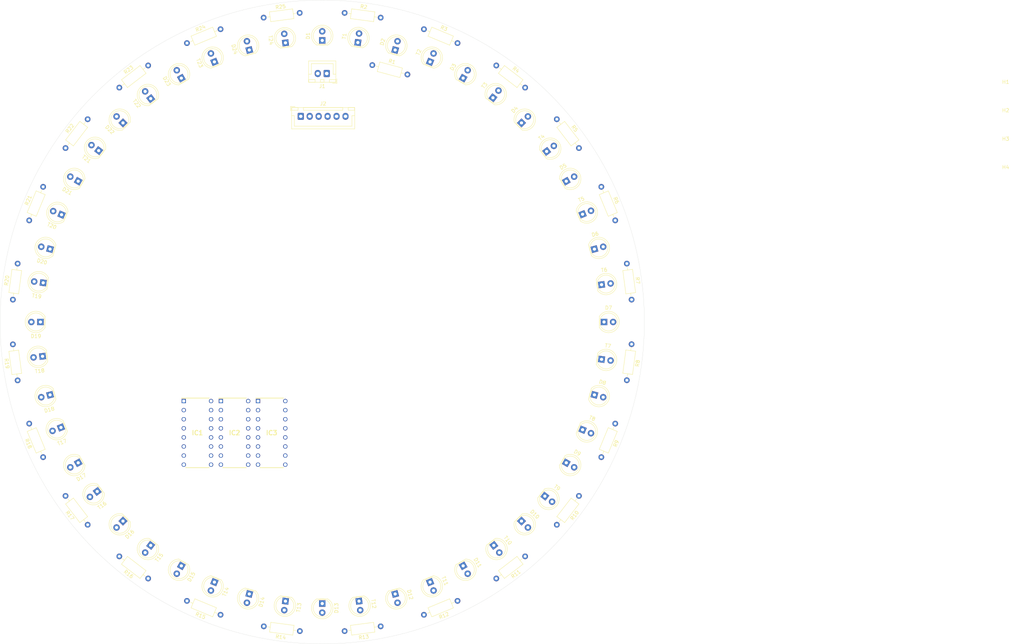
<source format=kicad_pcb>
(kicad_pcb (version 20240108) (generator "pcbnew") (generator_version "8.0")
  (layers (0 "F.Cu" signal) (31 "B.Cu" signal) (34 "B.Paste" user) (35 "F.Paste" user) (36 "B.SilkS" user "B.Silkscreen") (37 "F.SilkS" user "F.Silkscreen") (38 "B.Mask" user) (39 "F.Mask" user) (44 "Edge.Cuts" user))
  (net 0 "")
  (net 1 "GND")
  (net 2 "Net-(D1-A)")
  (net 3 "+5V")
  (net 4 "Net-(T1-K)")
  (net 5 "Net-(T2-K)")
  (net 6 "Net-(T3-K)")
  (net 7 "Net-(T4-K)")
  (net 8 "Net-(T5-K)")
  (net 9 "Net-(T6-K)")
  (net 10 "Net-(T7-K)")
  (net 11 "Net-(T8-K)")
  (net 12 "Net-(T9-K)")
  (net 13 "Net-(T10-K)")
  (net 14 "Net-(T11-K)")
  (net 15 "Net-(T12-K)")
  (net 16 "Net-(T13-K)")
  (net 17 "Net-(T14-K)")
  (net 18 "Net-(T15-K)")
  (net 19 "Net-(T16-K)")
  (net 20 "Net-(T17-K)")
  (net 21 "Net-(T18-K)")
  (net 22 "Net-(T19-K)")
  (net 23 "Net-(T20-K)")
  (net 24 "Net-(T21-K)")
  (net 25 "Net-(T22-K)")
  (net 26 "Net-(T23-K)")
  (net 27 "Net-(T24-K)")
  (footprint "Resistor_THT:R_Axial_DIN0207_L6.3mm_D2.5mm_P10.16mm_Horizontal" (layer "F.Cu") (at 226.327056 235.096908 -172.5)
    (property "Reference" "R13" (at 5.08 -2.37 7.5) (layer "F.SilkS"))
    (property "Value" "100k")
    (pad "1" thru_hole circle (at 0 0 187.5) (size 1.6 1.6) (drill 0.8) (layers "*.Cu" "*.Mask") (net 15 "Net-(T12-K)"))
    (pad "2" thru_hole oval (at 10.16 0 187.5) (size 1.6 1.6) (drill 0.8) (layers "*.Cu" "*.Mask") (net 1 "GND"))
  )
  (footprint "Resistor_THT:R_Axial_DIN0207_L6.3mm_D2.5mm_P10.16mm_Horizontal" (layer "F.Cu") (at 153.311901 84.467444 37.5)
    (property "Reference" "R23" (at 5.079999 -2.37 37.5) (layer "F.SilkS"))
    (property "Value" "100k")
    (pad "1" thru_hole circle (at 0 0 37.5) (size 1.6 1.6) (drill 0.8) (layers "*.Cu" "*.Mask") (net 25 "Net-(T22-K)"))
    (pad "2" thru_hole oval (at 10.16 0 37.5) (size 1.6 1.6) (drill 0.8) (layers "*.Cu" "*.Mask") (net 1 "GND"))
  )
  (footprint "LED_THT:LED_D5.0mm" (layer "F.Cu") (at 141.822151 110.6375 150)
    (property "Reference" "D21" (at 1.27 -3.96 150) (layer "F.SilkS"))
    (property "Value" "LED")
    (pad "1" thru_hole rect (at 0 0 150) (size 1.8 1.8) (drill 0.9) (layers "*.Cu" "*.Mask") (net 1 "GND"))
    (pad "2" thru_hole circle (at 2.54 0 150) (size 1.8 1.8) (drill 0.9) (layers "*.Cu" "*.Mask") (net 2 "Net-(D1-A)"))
  )
  (footprint "Resistor_THT:R_Axial_DIN0207_L6.3mm_D2.5mm_P10.16mm_Horizontal" (layer "F.Cu") (at 287.971548 112.204575 -67.5)
    (property "Reference" "R6" (at 5.08 -2.37 112.5) (layer "F.SilkS"))
    (property "Value" "100k")
    (pad "1" thru_hole circle (at 0 0 292.5) (size 1.6 1.6) (drill 0.8) (layers "*.Cu" "*.Mask") (net 8 "Net-(T5-K)"))
    (pad "2" thru_hole oval (at 10.16 0 292.5) (size 1.6 1.6) (drill 0.8) (layers "*.Cu" "*.Mask") (net 1 "GND"))
  )
  (footprint "Resistor_THT:R_Axial_DIN0207_L6.3mm_D2.5mm_P10.16mm_Horizontal" (layer "F.Cu") (at 258.627629 78.282428 -37.5)
    (property "Reference" "R4" (at 5.080001 -2.37 142.5) (layer "F.SilkS"))
    (property "Value" "100k")
    (pad "1" thru_hole circle (at 0 0 322.5) (size 1.6 1.6) (drill 0.8) (layers "*.Cu" "*.Mask") (net 6 "Net-(T3-K)"))
    (pad "2" thru_hole oval (at 10.16 0 322.5) (size 1.6 1.6) (drill 0.8) (layers "*.Cu" "*.Mask") (net 1 "GND"))
  )
  (footprint "LED_THT:LED_D5.0mm" (layer "F.Cu") (at 288.040589 139.557905 7.5)
    (property "Reference" "T6" (at 1.27 -3.96 7.5) (layer "F.SilkS"))
    (property "Value" "FT")
    (pad "1" thru_hole rect (at 0 0 7.5) (size 1.8 1.8) (drill 0.9) (layers "*.Cu" "*.Mask") (net 9 "Net-(T6-K)"))
    (pad "2" thru_hole circle (at 2.54 0 7.5) (size 1.8 1.8) (drill 0.9) (layers "*.Cu" "*.Mask") (net 3 "+5V"))
  )
  (footprint "Resistor_THT:R_Axial_DIN0207_L6.3mm_D2.5mm_P10.16mm_Horizontal" (layer "F.Cu") (at 291.859612 178.408809 -112.5)
    (property "Reference" "R9" (at 5.079999 -2.37 67.5) (layer "F.SilkS"))
    (property "Value" "100k")
    (pad "1" thru_hole circle (at 0 0 247.5) (size 1.6 1.6) (drill 0.8) (layers "*.Cu" "*.Mask") (net 11 "Net-(T8-K)"))
    (pad "2" thru_hole oval (at 10.16 -0.000001 247.5) (size 1.6 1.6) (drill 0.8) (layers "*.Cu" "*.Mask") (net 1 "GND"))
  )
  (footprint "LINESENSOR:TC4051BP_THT" (layer "F.Cu") (at 185.5 181)
    (property "Reference" "IC2" (at 0 0 0) (layer "F.SilkS") (effects (font (size 1.27 1.27) (thickness 0.254))))
    (property "Value" "TC4051BP_THT" (hide yes))
    (pad "1" thru_hole rect (at -3.81 -8.89) (size 1.2 1.2) (drill 0.8) (layers "*.Cu" "*.Mask"))
    (pad "2" thru_hole circle (at -3.81 -6.35) (size 1.2 1.2) (drill 0.8) (layers "*.Cu" "*.Mask"))
    (pad "3" thru_hole circle (at -3.81 -3.81) (size 1.2 1.2) (drill 0.8) (layers "*.Cu" "*.Mask"))
    (pad "4" thru_hole circle (at -3.81 -1.27) (size 1.2 1.2) (drill 0.8) (layers "*.Cu" "*.Mask"))
    (pad "5" thru_hole circle (at -3.81 1.27) (size 1.2 1.2) (drill 0.8) (layers "*.Cu" "*.Mask"))
    (pad "6" thru_hole circle (at -3.81 3.81) (size 1.2 1.2) (drill 0.8) (layers "*.Cu" "*.Mask"))
    (pad "7" thru_hole circle (at -3.81 6.35) (size 1.2 1.2) (drill 0.8) (layers "*.Cu" "*.Mask"))
    (pad "8" thru_hole circle (at -3.81 8.89) (size 1.2 1.2) (drill 0.8) (layers "*.Cu" "*.Mask"))
    (pad "9" thru_hole circle (at 3.81 8.89) (size 1.2 1.2) (drill 0.8) (layers "*.Cu" "*.Mask"))
    (pad "10" thru_hole circle (at 3.81 6.35) (size 1.2 1.2) (drill 0.8) (layers "*.Cu" "*.Mask"))
    (pad "11" thru_hole circle (at 3.81 3.81) (size 1.2 1.2) (drill 0.8) (layers "*.Cu" "*.Mask"))
    (pad "12" thru_hole circle (at 3.81 1.27) (size 1.2 1.2) (drill 0.8) (layers "*.Cu" "*.Mask"))
    (pad "13" thru_hole circle (at 3.81 -1.27) (size 1.2 1.2) (drill 0.8) (layers "*.Cu" "*.Mask"))
    (pad "14" thru_hole circle (at 3.81 -3.81) (size 1.2 1.2) (drill 0.8) (layers "*.Cu" "*.Mask"))
    (pad "15" thru_hole circle (at 3.81 -6.35) (size 1.2 1.2) (drill 0.8) (layers "*.Cu" "*.Mask"))
    (pad "16" thru_hole circle (at 3.81 -8.89) (size 1.2 1.2) (drill 0.8) (layers "*.Cu" "*.Mask"))
  )
  (footprint "Resistor_THT:R_Axial_DIN0207_L6.3mm_D2.5mm_P10.16mm_Horizontal" (layer "F.Cu") (at 144.467444 206.688099 127.5)
    (property "Reference" "R17" (at 5.079999 -2.37 127.5) (layer "F.SilkS"))
    (property "Value" "100k")
    (pad "1" thru_hole circle (at 0 0 127.5) (size 1.6 1.6) (drill 0.8) (layers "*.Cu" "*.Mask") (net 19 "Net-(T16-K)"))
    (pad "2" thru_hole oval (at 10.16 0 127.5) (size 1.6 1.6) (drill 0.8) (layers "*.Cu" "*.Mask") (net 1 "GND"))
  )
  (footprint "LED_THT:LED_D5.0mm" (layer "F.Cu") (at 162.075257 212.456741 -127.5)
    (property "Reference" "T15" (at 1.27 -3.960001 52.5) (layer "F.SilkS"))
    (property "Value" "FT")
    (pad "1" thru_hole rect (at 0 0 232.5) (size 1.8 1.8) (drill 0.9) (layers "*.Cu" "*.Mask") (net 18 "Net-(T15-K)"))
    (pad "2" thru_hole circle (at 2.54 0 232.5) (size 1.8 1.8) (drill 0.9) (layers "*.Cu" "*.Mask") (net 3 "+5V"))
  )
  (footprint "Resistor_THT:R_Axial_DIN0207_L6.3mm_D2.5mm_P10.16mm_Horizontal" (layer "F.Cu") (at 132.028452 187.795425 112.5)
    (property "Reference" "R18" (at 5.08 -2.37 112.5) (layer "F.SilkS"))
    (property "Value" "100k")
    (pad "1" thru_hole circle (at 0 0 112.5) (size 1.6 1.6) (drill 0.8) (layers "*.Cu" "*.Mask") (net 20 "Net-(T17-K)"))
    (pad "2" thru_hole oval (at 10.16 0 112.5) (size 1.6 1.6) (drill 0.8) (layers "*.Cu" "*.Mask") (net 1 "GND"))
  )
  (footprint "LED_THT:LED_D5.0mm" (layer "F.Cu") (at 288.040589 160.442095 -7.5)
    (property "Reference" "T7" (at 1.27 -3.96 172.5) (layer "F.SilkS"))
    (property "Value" "FT")
    (pad "1" thru_hole rect (at 0 0 352.5) (size 1.8 1.8) (drill 0.9) (layers "*.Cu" "*.Mask") (net 10 "Net-(T7-K)"))
    (pad "2" thru_hole circle (at 2.54 0 352.5) (size 1.8 1.8) (drill 0.9) (layers "*.Cu" "*.Mask") (net 3 "+5V"))
  )
  (footprint "Resistor_THT:R_Axial_DIN0207_L6.3mm_D2.5mm_P10.16mm_Horizontal" (layer "F.Cu") (at 275.532556 93.311902 -52.5)
    (property "Reference" "R5" (at 5.080001 -2.37 127.5) (layer "F.SilkS"))
    (property "Value" "100k")
    (pad "1" thru_hole circle (at 0 0 307.5) (size 1.6 1.6) (drill 0.8) (layers "*.Cu" "*.Mask") (net 7 "Net-(T4-K)"))
    (pad "2" thru_hole oval (at 10.16 0 307.5) (size 1.6 1.6) (drill 0.8) (layers "*.Cu" "*.Mask") (net 1 "GND"))
  )
  (footprint "LED_THT:LED_D5.0mm" (layer "F.Cu") (at 240.126754 77.267584 67.5)
    (property "Reference" "T2" (at 1.27 -3.96 67.5) (layer "F.SilkS"))
    (property "Value" "FT")
    (pad "1" thru_hole rect (at 0 0 67.5) (size 1.8 1.8) (drill 0.9) (layers "*.Cu" "*.Mask") (net 5 "Net-(T2-K)"))
    (pad "2" thru_hole circle (at 2.54 0 67.5) (size 1.8 1.8) (drill 0.9) (layers "*.Cu" "*.Mask") (net 3 "+5V"))
  )
  (footprint "LED_THT:LED_D5.0mm" (layer "F.Cu") (at 141.822151 189.3625 -150)
    (property "Reference" "D17" (at 1.27 -3.96 30) (layer "F.SilkS"))
    (property "Value" "LED")
    (pad "1" thru_hole rect (at 0 0 210) (size 1.8 1.8) (drill 0.9) (layers "*.Cu" "*.Mask") (net 1 "GND"))
    (pad "2" thru_hole circle (at 2.54 0 210) (size 1.8 1.8) (drill 0.9) (layers "*.Cu" "*.Mask") (net 2 "Net-(D1-A)"))
  )
  (footprint "LED_THT:LED_D5.0mm" (layer "F.Cu") (at 137.173645 119.998182 157)
    (property "Reference" "T20" (at 1.269999 -3.96 157) (layer "F.SilkS"))
    (property "Value" "FT")
    (pad "1" thru_hole rect (at 0 0 157) (size 1.8 1.8) (drill 0.9) (layers "*.Cu" "*.Mask") (net 23 "Net-(T20-K)"))
    (pad "2" thru_hole circle (at 2.54 0 157) (size 1.8 1.8) (drill 0.9) (layers "*.Cu" "*.Mask") (net 3 "+5V"))
  )
  (footprint "LED_THT:LED_D5.0mm" (layer "F.Cu") (at 272.692097 102.310612 37.5)
    (property "Reference" "T4" (at 1.27 -3.959999 37.5) (layer "F.SilkS"))
    (property "Value" "FT")
    (pad "1" thru_hole rect (at 0 0 37.5) (size 1.8 1.8) (drill 0.9) (layers "*.Cu" "*.Mask") (net 7 "Net-(T4-K)"))
    (pad "2" thru_hole circle (at 2.54 0 37.5) (size 1.8 1.8) (drill 0.9) (layers "*.Cu" "*.Mask") (net 3 "+5V"))
  )
  (footprint "LED_THT:LED_D5.0mm" (layer "F.Cu") (at 154.333019 94.333019 135)
    (property "Reference" "D22" (at 1.27 -3.96 135) (layer "F.SilkS"))
    (property "Value" "LED")
    (pad "1" thru_hole rect (at 0 0 135) (size 1.8 1.8) (drill 0.9) (layers "*.Cu" "*.Mask") (net 1 "GND"))
    (pad "2" thru_hole circle (at 2.54 0 135) (size 1.8 1.8) (drill 0.9) (layers "*.Cu" "*.Mask") (net 2 "Net-(D1-A)"))
  )
  (footprint "LED_THT:LED_D5.0mm" (layer "F.Cu") (at 272.193267 198.700914 -37.5)
    (property "Reference" "T9" (at 1.27 -3.96 142.5) (layer "F.SilkS"))
    (property "Value" "FT")
    (pad "1" thru_hole rect (at 0 0 322.5) (size 1.8 1.8) (drill 0.9) (layers "*.Cu" "*.Mask") (net 12 "Net-(T9-K)"))
    (pad "2" thru_hole circle (at 2.54 0 322.5) (size 1.8 1.8) (drill 0.9) (layers "*.Cu" "*.Mask") (net 3 "+5V"))
  )
  (footprint "Resistor_THT:R_Axial_DIN0207_L6.3mm_D2.5mm_P10.16mm_Horizontal" (layer "F.Cu") (at 124.903092 166.327056 97.5)
    (property "Reference" "R19" (at 5.08 -2.370001 97.5) (layer "F.SilkS"))
    (property "Value" "100k")
    (pad "1" thru_hole circle (at 0 0 97.5) (size 1.6 1.6) (drill 0.8) (layers "*.Cu" "*.Mask") (net 21 "Net-(T18-K)"))
    (pad "2" thru_hole oval (at 10.16 0 97.5) (size 1.6 1.6) (drill 0.8) (layers "*.Cu" "*.Mask") (net 1 "GND"))
  )
  (footprint "LED_THT:LED_D5.0mm" (layer "F.Cu") (at 199.724326 71.948504 97.5)
    (property "Reference" "T24" (at 1.27 -3.96 97.5) (layer "F.SilkS"))
    (property "Value" "FT")
    (pad "1" thru_hole rect (at 0 0 97.5) (size 1.8 1.8) (drill 0.9) (layers "*.Cu" "*.Mask") (net 27 "Net-(T24-K)"))
    (pad "2" thru_hole circle (at 2.54 0 97.5) (size 1.8 1.8) (drill 0.9) (layers "*.Cu" "*.Mask") (net 3 "+5V"))
  )
  (footprint "LED_THT:LED_D5.0mm" (layer "F.Cu") (at 170.6375 81.822151 120)
    (property "Reference" "D23" (at 1.27 -3.96 120) (layer "F.SilkS"))
    (property "Value" "LED")
    (pad "1" thru_hole rect (at 0 0 120) (size 1.8 1.8) (drill 0.9) (layers "*.Cu" "*.Mask") (net 1 "GND"))
    (pad "2" thru_hole circle (at 2.54 0 120) (size 1.8 1.8) (drill 0.9) (layers "*.Cu" "*.Mask") (net 2 "Net-(D1-A)"))
  )
  (footprint "LED_THT:LED_D5.0mm" (layer "F.Cu") (at 210 71.275 90)
    (property "Reference" "D1" (at 1.27 -3.96 90) (layer "F.SilkS"))
    (property "Value" "LED")
    (pad "1" thru_hole rect (at 0 0 90) (size 1.8 1.8) (drill 0.9) (layers "*.Cu" "*.Mask") (net 1 "GND"))
    (pad "2" thru_hole circle (at 2.54 0 90) (size 1.8 1.8) (drill 0.9) (layers "*.Cu" "*.Mask") (net 2 "Net-(D1-A)"))
  )
  (footprint "Resistor_THT:R_Axial_DIN0207_L6.3mm_D2.5mm_P10.16mm_Horizontal" (layer "F.Cu") (at 181.591192 231.859612 157.5)
    (property "Reference" "R15" (at 5.08 -2.369999 157.5) (layer "F.SilkS"))
    (property "Value" "100k")
    (pad "1" thru_hole circle (at 0 0 157.5) (size 1.6 1.6) (drill 0.8) (layers "*.Cu" "*.Mask") (net 17 "Net-(T14-K)"))
    (pad "2" thru_hole oval (at 10.16 0 157.5) (size 1.6 1.6) (drill 0.8) (layers "*.Cu" "*.Mask") (net 1 "GND"))
  )
  (footprint "LED_THT:LED_D5.0mm" (layer "F.Cu") (at 265.666981 205.666981 -45)
    (property "Reference" "D10" (at 1.27 -3.96 135) (layer "F.SilkS"))
    (property "Value" "LED")
    (pad "1" thru_hole rect (at 0 0 315) (size 1.8 1.8) (drill 0.9) (layers "*.Cu" "*.Mask") (net 1 "GND"))
    (pad "2" thru_hole circle (at 2.54 0 315) (size 1.8 1.8) (drill 0.9) (layers "*.Cu" "*.Mask") (net 2 "Net-(D1-A)"))
  )
  (footprint "LED_THT:LED_D5.0mm" (layer "F.Cu") (at 137.007452 179.490904 -158)
    (property "Reference" "T17" (at 1.27 -3.960001 22) (layer "F.SilkS"))
    (property "Value" "FT")
    (pad "1" thru_hole rect (at 0 0 202) (size 1.8 1.8) (drill 0.9) (layers "*.Cu" "*.Mask") (net 20 "Net-(T17-K)"))
    (pad "2" thru_hole circle (at 2.54 0 202) (size 1.8 1.8) (drill 0.9) (layers "*.Cu" "*.Mask") (net 3 "+5V"))
  )
  (footprint "Resistor_THT:R_Axial_DIN0207_L6.3mm_D2.5mm_P10.16mm_Horizontal" (layer "F.Cu") (at 295.096908 133.672944 -82.5)
    (property "Reference" "R7" (at 5.08 -2.37 97.5) (layer "F.SilkS"))
    (property "Value" "100k")
    (pad "1" thru_hole circle (at 0 0 277.5) (size 1.6 1.6) (drill 0.8) (layers "*.Cu" "*.Mask") (net 9 "Net-(T6-K)"))
    (pad "2" thru_hole oval (at 10.16 0 277.5) (size 1.6 1.6) (drill 0.8) (layers "*.Cu" "*.Mask") (net 1 "GND"))
  )
  (footprint "LED_THT:LED_D5.0mm" (layer "F.Cu") (at 230.37553 226.042511 -75)
    (property "Reference" "D12" (at 1.27 -3.96 105) (layer "F.SilkS"))
    (property "Value" "LED")
    (pad "1" thru_hole rect (at 0 0 285) (size 1.8 1.8) (drill 0.9) (layers "*.Cu" "*.Mask") (net 1 "GND"))
    (pad "2" thru_hole circle (at 2.54 0 285) (size 1.8 1.8) (drill 0.9) (layers "*.Cu" "*.Mask") (net 2 "Net-(D1-A)"))
  )
  (footprint "Connector_JST:JST_XH_B6B-XH-A_1x06_P2.50mm_Vertical" (layer "F.Cu") (at 204 92.5)
    (property "Reference" "J2" (at 6.25 -3.55 0) (layer "F.SilkS"))
    (property "Value" "Conn_01x06_Pin")
    (pad "1" thru_hole roundrect (at 0 0) (size 1.7 1.95) (drill 0.95) (layers "*.Cu" "*.Mask") (roundrect_rratio 0.147059))
    (pad "2" thru_hole oval (at 2.5 0) (size 1.7 1.95) (drill 0.95) (layers "*.Cu" "*.Mask"))
    (pad "3" thru_hole oval (at 5 0) (size 1.7 1.95) (drill 0.95) (layers "*.Cu" "*.Mask"))
    (pad "4" thru_hole oval (at 7.5 0) (size 1.7 1.95) (drill 0.95) (layers "*.Cu" "*.Mask"))
    (pad "5" thru_hole oval (at 10 0) (size 1.7 1.95) (drill 0.95) (layers "*.Cu" "*.Mask"))
    (pad "6" thru_hole oval (at 12.5 0) (size 1.7 1.95) (drill 0.95) (layers "*.Cu" "*.Mask"))
  )
  (footprint "Resistor_THT:R_Axial_DIN0207_L6.3mm_D2.5mm_P10.16mm_Horizontal" (layer "F.Cu") (at 123.576946 143.746024 82.5)
    (property "Reference" "R20" (at 5.08 -2.37 82.5) (layer "F.SilkS"))
    (property "Value" "100k")
    (pad "1" thru_hole circle (at 0 0 82.5) (size 1.6 1.6) (drill 0.8) (layers "*.Cu" "*.Mask") (net 22 "Net-(T19-K)"))
    (pad "2" thru_hole oval (at 10.16 0 82.5) (size 1.6 1.6) (drill 0.8) (layers "*.Cu" "*.Mask") (net 1 "GND"))
  )
  (footprint "LED_THT:LED_D5.0mm" (layer "F.Cu") (at 219.954174 71.862358 82.5)
    (property "Reference" "T1" (at 1.269999 -3.960001 82.5) (layer "F.SilkS"))
    (property "Value" "FT")
    (pad "1" thru_hole rect (at 0 0 82.5) (size 1.8 1.8) (drill 0.9) (layers "*.Cu" "*.Mask") (net 4 "Net-(T1-K)"))
    (pad "2" thru_hole circle (at 2.54 0 82.5) (size 1.8 1.8) (drill 0.9) (layers "*.Cu" "*.Mask") (net 3 "+5V"))
  )
  (footprint "Resistor_THT:R_Axial_DIN0207_L6.3mm_D2.5mm_P10.16mm_Horizontal" (layer "F.Cu") (at 223.986887 78.172615 -15)
    (property "Reference" "R1" (at 5.08 -2.369999 165) (layer "F.SilkS"))
    (property "Value" "10")
    (pad "1" thru_hole circle (at 0 0 345) (size 1.6 1.6) (drill 0.8) (layers "*.Cu" "*.Mask") (net 2 "Net-(D1-A)"))
    (pad "2" thru_hole oval (at 10.159999 0 345) (size 1.6 1.6) (drill 0.8) (layers "*.Cu" "*.Mask") (net 3 "+5V"))
  )
  (footprint "LED_THT:LED_D5.0mm" (layer "F.Cu") (at 179.873247 222.732417 -112.5)
    (property "Reference" "T14" (at 1.270001 -3.96 67.5) (layer "F.SilkS"))
    (property "Value" "FT")
    (pad "1" thru_hole rect (at 0 0 247.5) (size 1.8 1.8) (drill 0.9) (layers "*.Cu" "*.Mask") (net 17 "Net-(T14-K)"))
    (pad "2" thru_hole circle (at 2.54 0 247.5) (size 1.8 1.8) (drill 0.9) (layers "*.Cu" "*.Mask") (net 3 "+5V"))
  )
  (footprint "LED_THT:LED_D5.0mm" (layer "F.Cu") (at 286.042511 129.62447 15)
    (property "Reference" "D6" (at 1.27 -3.96 15) (layer "F.SilkS"))
    (property "Value" "LED")
    (pad "1" thru_hole rect (at 0 0 15) (size 1.8 1.8) (drill 0.9) (layers "*.Cu" "*.Mask") (net 1 "GND"))
    (pad "2" thru_hole circle (at 2.54 0 15) (size 1.8 1.8) (drill 0.9) (layers "*.Cu" "*.Mask") (net 2 "Net-(D1-A)"))
  )
  (footprint "LED_THT:LED_D5.0mm" (layer "F.Cu") (at 278.17785 189.3625 -30)
    (property "Reference" "D9" (at 1.27 -3.96 150) (layer "F.SilkS"))
    (property "Value" "LED")
    (pad "1" thru_hole rect (at 0 0 330) (size 1.8 1.8) (drill 0.9) (layers "*.Cu" "*.Mask") (net 1 "GND"))
    (pad "2" thru_hole circle (at 2.54 0 330) (size 1.8 1.8) (drill 0.9) (layers "*.Cu" "*.Mask") (net 2 "Net-(D1-A)"))
  )
  (footprint "LED_THT:LED_D5.0mm" (layer "F.Cu") (at 132.041147 139.043598 172)
    (property "Reference" "T19" (at 1.27 -3.96 172) (layer "F.SilkS"))
    (property "Value" "FT")
    (pad "1" thru_hole rect (at 0 0 172) (size 1.8 1.8) (drill 0.9) (layers "*.Cu" "*.Mask") (net 22 "Net-(T19-K)"))
    (pad "2" thru_hole circle (at 2.54 0 172) (size 1.8 1.8) (drill 0.9) (layers "*.Cu" "*.Mask") (net 3 "+5V"))
  )
  (footprint "LED_THT:LED_D5.0mm" (layer "F.Cu") (at 131.861805 159.594164 -173)
    (property "Reference" "T18" (at 1.27 -3.96 7) (layer "F.SilkS"))
    (property "Value" "FT")
    (pad "1" thru_hole rect (at 0 0 187) (size 1.8 1.8) (drill 0.9) (layers "*.Cu" "*.Mask") (net 21 "Net-(T18-K)"))
    (pad "2" thru_hole circle (at 2.54 0 187) (size 1.8 1.8) (drill 0.9) (layers "*.Cu" "*.Mask") (net 3 "+5V"))
  )
  (footprint "LED_THT:LED_D5.0mm" (layer "F.Cu") (at 133.95749 170.37553 -165)
    (property "Reference" "D18" (at 1.27 -3.96 15) (layer "F.SilkS"))
    (property "Value" "LED")
    (pad "1" thru_hole rect (at 0 0 195) (size 1.8 1.8) (drill 0.9) (layers "*.Cu" "*.Mask") (net 1 "GND"))
    (pad "2" thru_hole circle (at 2.54 0 195) (size 1.8 1.8) (drill 0.9) (layers "*.Cu" "*.Mask") (net 2 "Net-(D1-A)"))
  )
  (footprint "Resistor_THT:R_Axial_DIN0207_L6.3mm_D2.5mm_P10.16mm_Horizontal" (layer "F.Cu") (at 128.140388 121.591192 67.5)
    (property "Reference" "R21" (at 5.079999 -2.37 67.5) (layer "F.SilkS"))
    (property "Value" "100k")
    (pad "1" thru_hole circle (at 0 0 67.5) (size 1.6 1.6) (drill 0.8) (layers "*.Cu" "*.Mask") (net 23 "Net-(T20-K)"))
    (pad "2" thru_hole oval (at 10.16 -0.000001 67.5) (size 1.6 1.6) (drill 0.8) (layers "*.Cu" "*.Mask") (net 1 "GND"))
  )
  (footprint "MountingHole:MountingHole_3.2mm_M3" (layer "F.Cu") (at 400.93 110.94)
    (property "Reference" "H4" (at 0 -4.2 0) (layer "F.SilkS"))
    (property "Value" "MountingHole")
    (pad "" np_thru_hole circle (at 0 0) (size 3.2 3.2) (drill 3.2) (layers "*.Cu" "*.Mask"))
  )
  (footprint "LED_THT:LED_D5.0mm" (layer "F.Cu") (at 210 228.725 -90)
    (property "Reference" "D13" (at 1.27 -3.96 90) (layer "F.SilkS"))
    (property "Value" "LED")
    (pad "1" thru_hole rect (at 0 0 270) (size 1.8 1.8) (drill 0.9) (layers "*.Cu" "*.Mask") (net 1 "GND"))
    (pad "2" thru_hole circle (at 2.54 0 270) (size 1.8 1.8) (drill 0.9) (layers "*.Cu" "*.Mask") (net 2 "Net-(D1-A)"))
  )
  (footprint "MountingHole:MountingHole_3.2mm_M3" (layer "F.Cu") (at 400.93 102.99)
    (property "Reference" "H3" (at 0 -4.2 0) (layer "F.SilkS"))
    (property "Value" "MountingHole")
    (pad "" np_thru_hole circle (at 0 0) (size 3.2 3.2) (drill 3.2) (layers "*.Cu" "*.Mask"))
  )
  (footprint "LED_THT:LED_D5.0mm" (layer "F.Cu") (at 133.95749 129.62447 165)
    (property "Reference" "D20" (at 1.270001 -3.96 165) (layer "F.SilkS"))
    (property "Value" "LED")
    (pad "1" thru_hole rect (at 0 0 165) (size 1.8 1.8) (drill 0.9) (layers "*.Cu" "*.Mask") (net 1 "GND"))
    (pad "2" thru_hole circle (at 2.540001 0.000001 165) (size 1.8 1.8) (drill 0.9) (layers "*.Cu" "*.Mask") (net 2 "Net-(D1-A)"))
  )
  (footprint "LED_THT:LED_D5.0mm" (layer "F.Cu") (at 282.732417 119.873247 22.5)
    (property "Reference" "T5" (at 1.27 -3.96 22.5) (layer "F.SilkS"))
    (property "Value" "FT")
    (pad "1" thru_hole rect (at 0 0 22.5) (size 1.8 1.8) (drill 0.9) (layers "*.Cu" "*.Mask") (net 8 "Net-(T5-K)"))
    (pad "2" thru_hole circle (at 2.54 0 22.5) (size 1.8 1.8) (drill 0.9) (layers "*.Cu" "*.Mask") (net 3 "+5V"))
  )
  (footprint "Resistor_THT:R_Axial_DIN0207_L6.3mm_D2.5mm_P10.16mm_Horizontal" (layer "F.Cu") (at 172.204575 72.028452 22.5)
    (property "Reference" "R24" (at 5.08 -2.37 22.5) (layer "F.SilkS"))
    (property "Value" "100k")
    (pad "1" thru_hole circle (at 0 0 22.5) (size 1.6 1.6) (drill 0.8) (layers "*.Cu" "*.Mask") (net 26 "Net-(T23-K)"))
    (pad "2" thru_hole oval (at 10.16 0 22.5) (size 1.6 1.6) (drill 0.8) (layers "*.Cu" "*.Mask") (net 1 "GND"))
  )
  (footprint "LED_THT:LED_D5.0mm" (layer "F.Cu") (at 131.275 150 180)
    (property "Reference" "D19" (at 1.27 -3.96 0) (layer "F.SilkS"))
    (property "Value" "LED")
    (pad "1" thru_hole rect (at 0 0 180) (size 1.8 1.8) (drill 0.9) (layers "*.Cu" "*.Mask") (net 1 "GND"))
    (pad "2" thru_hole circle (at 2.54 0 180) (size 1.8 1.8) (drill 0.9) (layers "*.Cu" "*.Mask") (net 2 "Net-(D1-A)"))
  )
  (footprint "LED_THT:LED_D5.0mm" (layer "F.Cu") (at 162.075257 87.543259 127.5)
    (property "Reference" "T22" (at 1.270001 -3.96 127.5) (layer "F.SilkS"))
    (property "Value" "FT")
    (pad "1" thru_hole rect (at 0 0 127.5) (size 1.8 1.8) (drill 0.9) (layers "*.Cu" "*.Mask") (net 25 "Net-(T22-K)"))
    (pad "2" thru_hole circle (at 2.54 0 127.5) (size 1.8 1.8) (drill 0.9) (layers "*.Cu" "*.Mask") (net 3 "+5V"))
  )
  (footprint "LED_THT:LED_D5.0mm" (layer "F.Cu") (at 257.924743 212.456742 -52.5)
    (property "Reference" "T10" (at 1.269999 -3.96 127.5) (layer "F.SilkS"))
    (property "Value" "FT")
    (pad "1" thru_hole rect (at 0 0 307.5) (size 1.8 1.8) (drill 0.9) (layers "*.Cu" "*.Mask") (net 13 "Net-(T10-K)"))
    (pad "2" thru_hole circle (at 2.54 0 307.5) (size 1.8 1.8) (drill 0.9) (layers "*.Cu" "*.Mask") (net 3 "+5V"))
  )
  (footprint "Resistor_THT:R_Axial_DIN0207_L6.3mm_D2.5mm_P10.16mm_Horizontal" (layer "F.Cu") (at 247.795426 227.971548 -157.5)
    (property "Reference" "R12" (at 5.08 -2.370001 22.5) (layer "F.SilkS"))
    (property "Value" "100k")
    (pad "1" thru_hole circle (at 0 0 202.5) (size 1.6 1.6) (drill 0.8) (layers "*.Cu" "*.Mask") (net 14 "Net-(T11-K)"))
    (pad "2" thru_hole oval (at 10.16 0.000001 202.5) (size 1.6 1.6) (drill 0.8) (layers "*.Cu" "*.Mask") (net 1 "GND"))
  )
  (footprint "LED_THT:LED_D5.0mm" (layer "F.Cu") (at 170.6375 218.17785 -120)
    (property "Reference" "D15" (at 1.27 -3.96 60) (layer "F.SilkS"))
    (property "Value" "LED")
    (pad "1" thru_hole rect (at 0 0 240) (size 1.8 1.8) (drill 0.9) (layers "*.Cu" "*.Mask") (net 1 "GND"))
    (pad "2" thru_hole circle (at 2.54 0 240) (size 1.8 1.8) (drill 0.9) (layers "*.Cu" "*.Mask") (net 2 "Net-(D1-A)"))
  )
  (footprint "LED_THT:LED_D5.0mm" (layer "F.Cu") (at 230.37553 73.95749 75)
    (property "Reference" "D2" (at 1.27 -3.96 75) (layer "F.SilkS"))
    (property "Value" "LED")
    (pad "1" thru_hole rect (at 0 0 75) (size 1.8 1.8) (drill 0.9) (layers "*.Cu" "*.Mask") (net 1 "GND"))
    (pad "2" thru_hole circle (at 2.54 0 75) (size 1.8 1.8) (drill 0.9) (layers "*.Cu" "*.Mask") (net 2 "Net-(D1-A)"))
  )
  (footprint "LED_THT:LED_D5.0mm" (layer "F.Cu") (at 286.042511 170.37553 -15)
    (property "Reference" "D8" (at 1.27 -3.96 165) (layer "F.SilkS"))
    (property "Value" "LED")
    (pad "1" thru_hole rect (at 0 0 345) (size 1.8 1.8) (drill 0.9) (layers "*.Cu" "*.Mask") (net 1 "GND"))
    (pad "2" thru_hole circle (at 2.54 0 345) (size 1.8 1.8) (drill 0.9) (layers "*.Cu" "*.Mask") (net 2 "Net-(D1-A)"))
  )
  (footprint "LED_THT:LED_D5.0mm" (layer "F.Cu") (at 179.873247 77.267584 112.5)
    (property "Reference" "T23" (at 1.27 -3.96 112.5) (layer "F.SilkS"))
    (property "Value" "FT")
    (pad "1" thru_hole rect (at 0 0 112.5) (size 1.8 1.8) (drill 0.9) (layers "*.Cu" "*.Mask") (net 26 "Net-(T23-K)"))
    (pad "2" thru_hole circle (at 2.54 0 112.5) (size 1.8 1.8) (drill 0.9) (layers "*.Cu" "*.Mask") (net 3 "+5V"))
  )
  (footprint "Resistor_THT:R_Axial_DIN0207_L6.3mm_D2.5mm_P10.16mm_Horizontal" (layer "F.Cu") (at 193.629484 64.903092 7.5)
    (property "Reference" "R25" (at 5.08 -2.37 7.5) (layer "F.SilkS"))
    (property "Value" "100k")
    (pad "1" thru_hole circle (at 0 0 7.5) (size 1.6 1.6) (drill 0.8) (layers "*.Cu" "*.Mask") (net 27 "Net-(T24-K)"))
    (pad "2" thru_hole oval (at 10.16 0 7.5) (size 1.6 1.6) (drill 0.8) (layers "*.Cu" "*.Mask") (net 1 "GND"))
  )
  (footprint "Resistor_THT:R_Axial_DIN0207_L6.3mm_D2.5mm_P10.16mm_Horizontal" (layer "F.Cu") (at 138.282428 101.372371 52.5)
    (property "Reference" "R22" (at 5.080001 -2.37 52.5) (layer "F.SilkS"))
    (property "Value" "100k")
    (pad "1" thru_hole circle (at 0 0 52.5) (size 1.6 1.6) (drill 0.8) (layers "*.Cu" "*.Mask") (net 24 "Net-(T21-K)"))
    (pad "2" thru_hole oval (at 10.16 0 52.5) (size 1.6 1.6) (drill 0.8) (layers "*.Cu" "*.Mask") (net 1 "GND"))
  )
  (footprint "Resistor_THT:R_Axial_DIN0207_L6.3mm_D2.5mm_P10.16mm_Horizontal" (layer "F.Cu") (at 281.717572 198.62763 -127.5)
    (property "Reference" "R10" (at 5.079999 -2.37 52.5) (layer "F.SilkS"))
    (property "Value" "100k")
    (pad "1" thru_hole circle (at 0 0 232.5) (size 1.6 1.6) (drill 0.8) (layers "*.Cu" "*.Mask") (net 12 "Net-(T9-K)"))
    (pad "2" thru_hole oval (at 10.16 0 232.5) (size 1.6 1.6) (drill 0.8) (layers "*.Cu" "*.Mask") (net 1 "GND"))
  )
  (footprint "LINESENSOR:TC4051BP_THT" (layer "F.Cu") (at 175.13 181)
    (property "Reference" "IC1" (at 0 0 0) (layer "F.SilkS") (effects (font (size 1.27 1.27) (thickness 0.254))))
    (property "Value" "TC4051BP_THT" (hide yes))
    (pad "1" thru_hole rect (at -3.81 -8.89) (size 1.2 1.2) (drill 0.8) (layers "*.Cu" "*.Mask"))
    (pad "2" thru_hole circle (at -3.81 -6.35) (size 1.2 1.2) (drill 0.8) (layers "*.Cu" "*.Mask"))
    (pad "3" thru_hole circle (at -3.81 -3.81) (size 1.2 1.2) (drill 0.8) (layers "*.Cu" "*.Mask"))
    (pad "4" thru_hole circle (at -3.81 -1.27) (size 1.2 1.2) (drill 0.8) (layers "*.Cu" "*.Mask"))
    (pad "5" thru_hole circle (at -3.81 1.27) (size 1.2 1.2) (drill 0.8) (layers "*.Cu" "*.Mask"))
    (pad "6" thru_hole circle (at -3.81 3.81) (size 1.2 1.2) (drill 0.8) (layers "*.Cu" "*.Mask"))
    (pad "7" thru_hole circle (at -3.81 6.35) (size 1.2 1.2) (drill 0.8) (layers "*.Cu" "*.Mask"))
    (pad "8" thru_hole circle (at -3.81 8.89) (size 1.2 1.2) (drill 0.8) (layers "*.Cu" "*.Mask"))
    (pad "9" thru_hole circle (at 3.81 8.89) (size 1.2 1.2) (drill 0.8) (layers "*.Cu" "*.Mask"))
    (pad "10" thru_hole circle (at 3.81 6.35) (size 1.2 1.2) (drill 0.8) (layers "*.Cu" "*.Mask"))
    (pad "11" thru_hole circle (at 3.81 3.81) (size 1.2 1.2) (drill 0.8) (layers "*.Cu" "*.Mask"))
    (pad "12" thru_hole circle (at 3.81 1.27) (size 1.2 1.2) (drill 0.8) (layers "*.Cu" "*.Mask"))
    (pad "13" thru_hole circle (at 3.81 -1.27) (size 1.2 1.2) (drill 0.8) (layers "*.Cu" "*.Mask"))
    (pad "14" thru_hole circle (at 3.81 -3.81) (size 1.2 1.2) (drill 0.8) (layers "*.Cu" "*.Mask"))
    (pad "15" thru_hole circle (at 3.81 -6.35) (size 1.2 1.2) (drill 0.8) (layers "*.Cu" "*.Mask"))
    (pad "16" thru_hole circle (at 3.81 -8.89) (size 1.2 1.2) (drill 0.8) (layers "*.Cu" "*.Mask"))
  )
  (footprint "LED_THT:LED_D5.0mm" (layer "F.Cu") (at 288.725 150)
    (property "Reference" "D7" (at 1.27 -3.96 0) (layer "F.SilkS"))
    (property "Value" "LED")
    (pad "1" thru_hole rect (at 0 0) (size 1.8 1.8) (drill 0.9) (layers "*.Cu" "*.Mask") (net 1 "GND"))
    (pad "2" thru_hole circle (at 2.54 0) (size 1.8 1.8) (drill 0.9) (layers "*.Cu" "*.Mask") (net 2 "Net-(D1-A)"))
  )
  (footprint "LED_THT:LED_D5.0mm" (layer "F.Cu") (at 147.543259 102.084055 142.5)
    (property "Reference" "T21" (at 1.27 -3.960001 142.5) (layer "F.SilkS"))
    (property "Value" "FT")
    (pad "1" thru_hole rect (at 0 0 142.5) (size 1.8 1.8) (drill 0.9) (layers "*.Cu" "*.Mask") (net 24 "Net-(T21-K)"))
    (pad "2" thru_hole circle (at 2.54 0 142.5) (size 1.8 1.8) (drill 0.9) (layers "*.Cu" "*.Mask") (net 3 "+5V"))
  )
  (footprint "LED_THT:LED_D5.0mm" (layer "F.Cu") (at 199.724326 228.051497 -97.5)
    (property "Reference" "T13" (at 1.27 -3.96 82.5) (layer "F.SilkS"))
    (property "Value" "FT")
    (pad "1" thru_hole rect (at 0 0 262.5) (size 1.8 1.8) (drill 0.9) (layers "*.Cu" "*.Mask") (net 16 "Net-(T13-K)"))
    (pad "2" thru_hole circle (at 2.54 0 262.5) (size 1.8 1.8) (drill 0.9) (layers "*.Cu" "*.Mask") (net 3 "+5V"))
  )
  (footprint "Connector_JST:JST_XH_B2B-XH-A_1x02_P2.50mm_Vertical" (layer "F.Cu") (at 211.25 80.525 180)
    (property "Reference" "J1" (at 1.25 -3.55 360) (layer "F.SilkS"))
    (property "Value" "Conn_01x02_Pin")
    (pad "1" thru_hole roundrect (at 0 0 180) (size 1.7 2) (drill 1) (layers "*.Cu" "*.Mask") (roundrect_rratio 0.147059) (net 3 "+5V"))
    (pad "2" thru_hole oval (at 2.5 0 180) (size 1.7 2) (drill 1) (layers "*.Cu" "*.Mask") (net 1 "GND"))
  )
  (footprint "LED_THT:LED_D5.0mm" (layer "F.Cu") (at 189.62447 226.042511 -105)
    (property "Reference" "D14" (at 1.27 -3.96 75) (layer "F.SilkS"))
    (property "Value" "LED")
    (pad "1" thru_hole rect (at 0 0 255) (size 1.8 1.8) (drill 0.9) (layers "*.Cu" "*.Mask") (net 1 "GND"))
    (pad "2" thru_hole circle (at 2.54 0 255) (size 1.8 1.8) (drill 0.9) (layers "*.Cu" "*.Mask") (net 2 "Net-(D1-A)"))
  )
  (footprint "LINESENSOR:TC4051BP_THT" (layer "F.Cu") (at 195.87 181)
    (property "Reference" "IC3" (at 0 0 0) (layer "F.SilkS") (effects (font (size 1.27 1.27) (thickness 0.254))))
    (property "Value" "TC4051BP_THT" (hide yes))
    (pad "1" thru_hole rect (at -3.81 -8.89) (size 1.2 1.2) (drill 0.8) (layers "*.Cu" "*.Mask"))
    (pad "2" thru_hole circle (at -3.81 -6.35) (size 1.2 1.2) (drill 0.8) (layers "*.Cu" "*.Mask"))
    (pad "3" thru_hole circle (at -3.81 -3.81) (size 1.2 1.2) (drill 0.8) (layers "*.Cu" "*.Mask"))
    (pad "4" thru_hole circle (at -3.81 -1.27) (size 1.2 1.2) (drill 0.8) (layers "*.Cu" "*.Mask"))
    (pad "5" thru_hole circle (at -3.81 1.27) (size 1.2 1.2) (drill 0.8) (layers "*.Cu" "*.Mask"))
    (pad "6" thru_hole circle (at -3.81 3.81) (size 1.2 1.2) (drill 0.8) (layers "*.Cu" "*.Mask"))
    (pad "7" thru_hole circle (at -3.81 6.35) (size 1.2 1.2) (drill 0.8) (layers "*.Cu" "*.Mask"))
    (pad "8" thru_hole circle (at -3.81 8.89) (size 1.2 1.2) (drill 0.8) (layers "*.Cu" "*.Mask"))
    (pad "9" thru_hole circle (at 3.81 8.89) (size 1.2 1.2) (drill 0.8) (layers "*.Cu" "*.Mask"))
    (pad "10" thru_hole circle (at 3.81 6.35) (size 1.2 1.2) (drill 0.8) (layers "*.Cu" "*.Mask"))
    (pad "11" thru_hole circle (at 3.81 3.81) (size 1.2 1.2) (drill 0.8) (layers "*.Cu" "*.Mask"))
    (pad "12" thru_hole circle (at 3.81 1.27) (size 1.2 1.2) (drill 0.8) (layers "*.Cu" "*.Mask"))
    (pad "13" thru_hole circle (at 3.81 -1.27) (size 1.2 1.2) (drill 0.8) (layers "*.Cu" "*.Mask"))
    (pad "14" thru_hole circle (at 3.81 -3.81) (size 1.2 1.2) (drill 0.8) (layers "*.Cu" "*.Mask"))
    (pad "15" thru_hole circle (at 3.81 -6.35) (size 1.2 1.2) (drill 0.8) (layers "*.Cu" "*.Mask"))
    (pad "16" thru_hole circle (at 3.81 -8.89) (size 1.2 1.2) (drill 0.8) (layers "*.Cu" "*.Mask"))
  )
  (footprint "LED_THT:LED_D5.0mm" (layer "F.Cu") (at 189.62447 73.95749 105)
    (property "Reference" "D24" (at 1.27 -3.96 105) (layer "F.SilkS"))
    (property "Value" "LED")
    (pad "1" thru_hole rect (at 0 0 105) (size 1.8 1.8) (drill 0.9) (layers "*.Cu" "*.Mask") (net 1 "GND"))
    (pad "2" thru_hole circle (at 2.54 0 105) (size 1.8 1.8) (drill 0.9) (layers "*.Cu" "*.Mask") (net 2 "Net-(D1-A)"))
  )
  (footprint "LED_THT:LED_D5.0mm" (layer "F.Cu") (at 257.689389 87.307904 52.5)
    (property "Reference" "T3" (at 1.27 -3.960001 52.5) (layer "F.SilkS"))
    (property "Value" "FT")
    (pad "1" thru_hole rect (at 0 0 52.5) (size 1.8 1.8) (drill 0.9) (layers "*.Cu" "*.Mask") (net 6 "Net-(T3-K)"))
    (pad "2" thru_hole circle (at 2.54 0 52.5) (size 1.8 1.8) (drill 0.9) (layers "*.Cu" "*.Mask") (net 3 "+5V"))
  )
  (footprint "LED_THT:LED_D5.0mm" (layer "F.Cu") (at 282.732417 180.126754 -22.5)
    (property "Reference" "T8" (at 1.27 -3.96 157.5) (layer "F.SilkS"))
    (property "Value" "FT")
    (pad "1" thru_hole rect (at 0 0 337.5) (size 1.8 1.8) (drill 0.9) (layers "*.Cu" "*.Mask") (net 11 "Net-(T8-K)"))
    (pad "2" thru_hole circle (at 2.54 0 337.5) (size 1.8 1.8) (drill 0.9) (layers "*.Cu" "*.Mask") (net 3 "+5V"))
  )
  (footprint "Resistor_THT:R_Axial_DIN0207_L6.3mm_D2.5mm_P10.16mm_Horizontal" (layer "F.Cu") (at 203.746024 236.423054 172.5)
    (property "Reference" "R14" (at 5.08 -2.37 172.5) (layer "F.SilkS"))
    (property "Value" "100k")
    (pad "1" thru_hole circle (at 0 0 172.5) (size 1.6 1.6) (drill 0.8) (layers "*.Cu" "*.Mask") (net 16 "Net-(T13-K)"))
    (pad "2" thru_hole oval (at 10.16 0 172.5) (size 1.6 1.6) (drill 0.8) (layers "*.Cu" "*.Mask") (net 1 "GND"))
  )
  (footprint "Resistor_THT:R_Axial_DIN0207_L6.3mm_D2.5mm_P10.16mm_Horizontal" (layer "F.Cu") (at 161.372371 221.717572 142.5)
    (property "Reference" "R16" (at 5.080001 -2.37 142.5) (layer "F.SilkS"))
    (property "Value" "100k")
    (pad "1" thru_hole circle (at 0 0 142.5) (size 1.6 1.6) (drill 0.8) (layers "*.Cu" "*.Mask") (net 18 "Net-(T15-K)"))
    (pad "2" thru_hole oval (at 10.16 0 142.5) (size 1.6 1.6) (drill 0.8) (layers "*.Cu" "*.Mask") (net 1 "GND"))
  )
  (footprint "Resistor_THT:R_Axial_DIN0207_L6.3mm_D2.5mm_P10.16mm_Horizontal" (layer "F.Cu") (at 266.688099 215.532556 -142.5)
    (property "Reference" "R11" (at 5.079999 -2.37 37.5) (layer "F.SilkS"))
    (property "Value" "100k")
    (pad "1" thru_hole circle (at 0 0 217.5) (size 1.6 1.6) (drill 0.8) (layers "*.Cu" "*.Mask") (net 13 "Net-(T10-K)"))
    (pad "2" thru_hole oval (at 10.16 0 217.5) (size 1.6 1.6) (drill 0.8) (layers "*.Cu" "*.Mask") (net 1 "GND"))
  )
  (footprint "LED_THT:LED_D5.0mm" (layer "F.Cu") (at 220.275675 228.051497 -82.5)
    (property "Reference" "T12" (at 1.270001 -3.96 97.5) (layer "F.SilkS"))
    (property "Value" "FT")
    (pad "1" thru_hole rect (at 0 0 277.5) (size 1.8 1.8) (drill 0.9) (layers "*.Cu" "*.Mask") (net 15 "Net-(T12-K)"))
    (pad "2" thru_hole circle (at 2.54 0.000001 277.5) (size 1.8 1.8) (drill 0.9) (layers "*.Cu" "*.Mask") (net 3 "+5V"))
  )
  (footprint "Resistor_THT:R_Axial_DIN0207_L6.3mm_D2.5mm_P10.16mm_Horizontal" (layer "F.Cu") (at 238.408809 68.140388 -22.5)
    (property "Reference" "R3" (at 5.08 -2.37 157.5) (layer "F.SilkS"))
    (property "Value" "100k")
    (pad "1" thru_hole circle (at 0 0 337.5) (size 1.6 1.6) (drill 0.8) (layers "*.Cu" "*.Mask") (net 5 "Net-(T2-K)"))
    (pad "2" thru_hole oval (at 10.16 0 337.5) (size 1.6 1.6) (drill 0.8) (layers "*.Cu" "*.Mask") (net 1 "GND"))
  )
  (footprint "LED_THT:LED_D5.0mm" (layer "F.Cu") (at 154.333019 205.666981 -135)
    (property "Reference" "D16" (at 1.27 -3.96 45) (layer "F.SilkS"))
    (property "Value" "LED")
    (pad "1" thru_hole rect (at 0 0 225) (size 1.8 1.8) (drill 0.9) (layers "*.Cu" "*.Mask") (net 1 "GND"))
    (pad "2" thru_hole circle (at 2.54 0 225) (size 1.8 1.8) (drill 0.9) (layers "*.Cu" "*.Mask") (net 2 "Net-(D1-A)"))
  )
  (footprint "LED_THT:LED_D5.0mm" (layer "F.Cu") (at 240.126754 222.732417 -67.5)
    (property "Reference" "T11" (at 1.269999 -3.96 112.5) (layer "F.SilkS"))
    (property "Value" "FT")
    (pad "1" thru_hole rect (at 0 0 292.5) (size 1.8 1.8) (drill 0.9) (layers "*.Cu" "*.Mask") (net 14 "Net-(T11-K)"))
    (pad "2" thru_hole circle (at 2.54 0 292.5) (size 1.8 1.8) (drill 0.9) (layers "*.Cu" "*.Mask") (net 3 "+5V"))
  )
  (footprint "MountingHole:MountingHole_3.2mm_M3" (layer "F.Cu") (at 400.93 87.09)
    (property "Reference" "H1" (at 0 -4.2 0) (layer "F.SilkS"))
    (property "Value" "MountingHole")
    (pad "" np_thru_hole circle (at 0 0) (size 3.2 3.2) (drill 3.2) (layers "*.Cu" "*.Mask"))
  )
  (footprint "Resistor_THT:R_Axial_DIN0207_L6.3mm_D2.5mm_P10.16mm_Horizontal" (layer "F.Cu") (at 216.253976 63.576946 -7.5)
    (property "Reference" "R2" (at 5.079999 -2.37 172.5) (layer "F.SilkS"))
    (property "Value" "100k")
    (pad "1" thru_hole circle (at 0 0 352.5) (size 1.6 1.6) (drill 0.8) (layers "*.Cu" "*.Mask") (net 4 "Net-(T1-K)"))
    (pad "2" thru_hole oval (at 10.16 -0.000001 352.5) (size 1.6 1.6) (drill 0.8) (layers "*.Cu" "*.Mask") (net 1 "GND"))
  )
  (footprint "LED_THT:LED_D5.0mm" (layer "F.Cu") (at 265.666981 94.333019 45)
    (property "Reference" "D4" (at 1.27 -3.96 45) (layer "F.SilkS"))
    (property "Value" "LED")
    (pad "1" thru_hole rect (at 0 0 45) (size 1.8 1.8) (drill 0.9) (layers "*.Cu" "*.Mask") (net 1 "GND"))
    (pad "2" thru_hole circle (at 2.54 0 45) (size 1.8 1.8) (drill 0.9) (layers "*.Cu" "*.Mask") (net 2 "Net-(D1-A)"))
  )
  (footprint "LED_THT:LED_D5.0mm" (layer "F.Cu") (at 147.12742 197.377888 -143)
    (property "Reference" "T16" (at 1.27 -3.96 37) (layer "F.SilkS"))
    (property "Value" "FT")
    (pad "1" thru_hole rect (at 0 0 217) (size 1.8 1.8) (drill 0.9) (layers "*.Cu" "*.Mask") (net 19 "Net-(T16-K)"))
    (pad "2" thru_hole circle (at 2.54 0 217) (size 1.8 1.8) (drill 0.9) (layers "*.Cu" "*.Mask") (net 3 "+5V"))
  )
  (footprint "Resistor_THT:R_Axial_DIN0207_L6.3mm_D2.5mm_P10.16mm_Horizontal" (layer "F.Cu") (at 296.423054 156.210516 -97.5)
    (property "Reference" "R8" (at 5.08 -2.37 82.5) (layer "F.SilkS"))
    (property "Value" "100k")
    (pad "1" thru_hole circle (at 0 0 262.5) (size 1.6 1.6) (drill 0.8) (layers "*.Cu" "*.Mask") (net 10 "Net-(T7-K)"))
    (pad "2" thru_hole oval (at 10.16 0 262.5) (size 1.6 1.6) (drill 0.8) (layers "*.Cu" "*.Mask") (net 1 "GND"))
  )
  (footprint "MountingHole:MountingHole_3.2mm_M3" (layer "F.Cu") (at 400.93 95.04)
    (property "Reference" "H2" (at 0 -4.2 0) (layer "F.SilkS"))
    (property "Value" "MountingHole")
    (pad "" np_thru_hole circle (at 0 0) (size 3.2 3.2) (drill 3.2) (layers "*.Cu" "*.Mask"))
  )
  (footprint "LED_THT:LED_D5.0mm" (layer "F.Cu") (at 249.3625 218.17785 -60)
    (property "Reference" "D11" (at 1.27 -3.96 120) (layer "F.SilkS"))
    (property "Value" "LED")
    (pad "1" thru_hole rect (at 0 0 300) (size 1.8 1.8) (drill 0.9) (layers "*.Cu" "*.Mask") (net 1 "GND"))
    (pad "2" thru_hole circle (at 2.54 0 300) (size 1.8 1.8) (drill 0.9) (layers "*.Cu" "*.Mask") (net 2 "Net-(D1-A)"))
  )
  (footprint "LED_THT:LED_D5.0mm" (layer "F.Cu") (at 278.17785 110.6375 30)
    (property "Reference" "D5" (at 1.27 -3.96 30) (layer "F.SilkS"))
    (property "Value" "LED")
    (pad "1" thru_hole rect (at 0 0 30) (size 1.8 1.8) (drill 0.9) (layers "*.Cu" "*.Mask") (net 1 "GND"))
    (pad "2" thru_hole circle (at 2.54 0 30) (size 1.8 1.8) (drill 0.9) (layers "*.Cu" "*.Mask") (net 2 "Net-(D1-A)"))
  )
  (footprint "LED_THT:LED_D5.0mm" (layer "F.Cu") (at 249.3625 81.822151 60)
    (property "Reference" "D3" (at 1.27 -3.96 60) (layer "F.SilkS"))
    (property "Value" "LED")
    (pad "1" thru_hole rect (at 0 0 60) (size 1.8 1.8) (drill 0.9) (layers "*.Cu" "*.Mask") (net 1 "GND"))
    (pad "2" thru_hole circle (at 2.54 0 60) (size 1.8 1.8) (drill 0.9) (layers "*.Cu" "*.Mask") (net 2 "Net-(D1-A)"))
  )
  (gr_circle (center 210 150) (end 300 150) (stroke (width 0.05)) (fill none) (layer "Edge.Cuts"))
)
</source>
